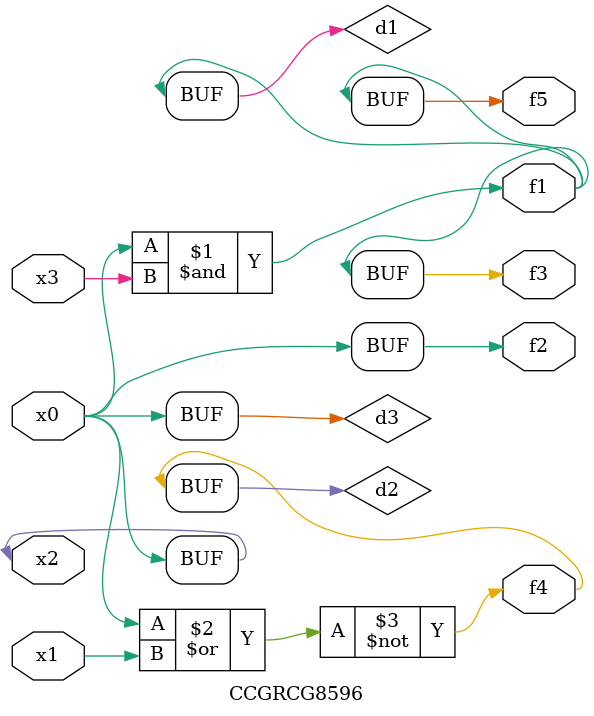
<source format=v>
module CCGRCG8596(
	input x0, x1, x2, x3,
	output f1, f2, f3, f4, f5
);

	wire d1, d2, d3;

	and (d1, x2, x3);
	nor (d2, x0, x1);
	buf (d3, x0, x2);
	assign f1 = d1;
	assign f2 = d3;
	assign f3 = d1;
	assign f4 = d2;
	assign f5 = d1;
endmodule

</source>
